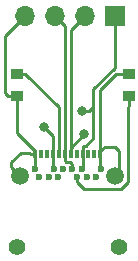
<source format=gtl>
G04 #@! TF.GenerationSoftware,KiCad,Pcbnew,5.0-dev-unknown-3a73e77~62~ubuntu17.10.1*
G04 #@! TF.CreationDate,2018-02-27T23:18:37-07:00*
G04 #@! TF.ProjectId,CH340G-TYPE-C,4348333430472D545950452D432E6B69,rev?*
G04 #@! TF.SameCoordinates,Original*
G04 #@! TF.FileFunction,Copper,L1,Top,Signal*
G04 #@! TF.FilePolarity,Positive*
%FSLAX46Y46*%
G04 Gerber Fmt 4.6, Leading zero omitted, Abs format (unit mm)*
G04 Created by KiCad (PCBNEW 5.0-dev-unknown-3a73e77~62~ubuntu17.10.1) date Tue Feb 27 23:18:37 2018*
%MOMM*%
%LPD*%
G01*
G04 APERTURE LIST*
%ADD10C,1.500000*%
%ADD11R,0.300000X0.700000*%
%ADD12C,1.400000*%
%ADD13C,0.600000*%
%ADD14R,1.700000X1.700000*%
%ADD15O,1.700000X1.700000*%
%ADD16R,1.000000X0.845000*%
%ADD17C,0.800000*%
%ADD18C,0.250000*%
G04 APERTURE END LIST*
D10*
X135302143Y-92257500D03*
D11*
X136582143Y-90347500D03*
X137082143Y-90347500D03*
X137582143Y-90347500D03*
X138082143Y-90347500D03*
X138582143Y-90347500D03*
X139082143Y-90347500D03*
X139582143Y-90347500D03*
X142082143Y-90347500D03*
X141082143Y-90347500D03*
X140582143Y-90347500D03*
X140082143Y-90347500D03*
X141582143Y-90347500D03*
D10*
X143362143Y-92257500D03*
D12*
X143662143Y-98207500D03*
X135002143Y-98207500D03*
D13*
X142132143Y-91657500D03*
X140532143Y-91657500D03*
X139732143Y-91657500D03*
X138932143Y-91657500D03*
X138132143Y-91657500D03*
X136532143Y-91657500D03*
X141732143Y-92357500D03*
X140932143Y-92357500D03*
X140132143Y-92357500D03*
X138532143Y-92357500D03*
X137732143Y-92357500D03*
X136932143Y-92357500D03*
D14*
X143300000Y-78700000D03*
D15*
X140760000Y-78700000D03*
X138220000Y-78700000D03*
X135680000Y-78700000D03*
D16*
X144500000Y-85500000D03*
X144500000Y-83575000D03*
X135000000Y-85500000D03*
X135000000Y-83575000D03*
D17*
X140550000Y-86750000D03*
X137300000Y-88050000D03*
X140750000Y-88700000D03*
D18*
X134250000Y-85500000D02*
X134000000Y-85250000D01*
X135000000Y-85500000D02*
X134250000Y-85500000D01*
X134830001Y-79549999D02*
X135680000Y-78700000D01*
X134000000Y-85250000D02*
X134000000Y-80380000D01*
X134000000Y-80380000D02*
X134830001Y-79549999D01*
X136582143Y-90347500D02*
X136582143Y-90147500D01*
X135000000Y-86172500D02*
X135000000Y-85500000D01*
X136582143Y-90147500D02*
X135000000Y-88565357D01*
X135000000Y-88565357D02*
X135000000Y-86172500D01*
X142082143Y-90347500D02*
X142082143Y-91607500D01*
X142082143Y-91607500D02*
X142132143Y-91657500D01*
X136582143Y-90347500D02*
X136582143Y-91607500D01*
X136582143Y-91607500D02*
X136532143Y-91657500D01*
X135302143Y-92257500D02*
X134552144Y-91507501D01*
X134552144Y-91077497D02*
X135372142Y-90257499D01*
X134552144Y-91507501D02*
X134552144Y-91077497D01*
X135372142Y-90257499D02*
X136092142Y-90257499D01*
X136092142Y-90257499D02*
X136182143Y-90347500D01*
X136182143Y-90347500D02*
X136582143Y-90347500D01*
X142082143Y-90347500D02*
X142082143Y-90147500D01*
X142082143Y-90147500D02*
X142482143Y-89747500D01*
X142482143Y-89747500D02*
X143334634Y-89747500D01*
X143334634Y-89747500D02*
X143682144Y-90095010D01*
X143682144Y-90095010D02*
X143682144Y-91937499D01*
X143682144Y-91937499D02*
X143362143Y-92257500D01*
X144200000Y-83575000D02*
X143450000Y-83575000D01*
X142082143Y-89747500D02*
X142082143Y-90347500D01*
X143450000Y-83575000D02*
X142082143Y-84942857D01*
X142082143Y-84942857D02*
X142082143Y-89747500D01*
X141475001Y-86250000D02*
X141475001Y-89048001D01*
X140550000Y-86750000D02*
X141115685Y-86750000D01*
X141475001Y-84913589D02*
X141475001Y-86250000D01*
X141115685Y-86750000D02*
X141475001Y-86390684D01*
X141475001Y-86390684D02*
X141475001Y-86250000D01*
X138082143Y-88832143D02*
X137300000Y-88050000D01*
X138082143Y-90347500D02*
X138082143Y-88832143D01*
X143300000Y-78700000D02*
X143300000Y-83088590D01*
X143300000Y-83088590D02*
X141475001Y-84913589D01*
X140582143Y-89747500D02*
X140582143Y-90347500D01*
X141475001Y-89048001D02*
X140850503Y-89672499D01*
X140850503Y-89672499D02*
X140657144Y-89672499D01*
X140657144Y-89672499D02*
X140582143Y-89747500D01*
X138082143Y-90347500D02*
X138082143Y-91607500D01*
X138082143Y-91607500D02*
X138132143Y-91657500D01*
X140582143Y-90347500D02*
X140582143Y-91607500D01*
X140582143Y-91607500D02*
X140532143Y-91657500D01*
X135000000Y-83575000D02*
X135750000Y-83575000D01*
X135750000Y-83575000D02*
X138582143Y-86407143D01*
X138582143Y-86407143D02*
X138582143Y-89747500D01*
X138582143Y-89747500D02*
X138582143Y-90347500D01*
X139732143Y-91657500D02*
X139732143Y-91233236D01*
X139157144Y-91022501D02*
X139082143Y-90947500D01*
X139082143Y-90947500D02*
X139082143Y-90347500D01*
X139732143Y-91233236D02*
X139521408Y-91022501D01*
X139521408Y-91022501D02*
X139157144Y-91022501D01*
X139082143Y-90347500D02*
X139082143Y-79562143D01*
X139082143Y-79562143D02*
X138220000Y-78700000D01*
X140750000Y-88700000D02*
X139582143Y-89867857D01*
X139582143Y-89867857D02*
X139582143Y-90347500D01*
X140760000Y-78700000D02*
X139582143Y-79877857D01*
X139582143Y-79877857D02*
X139582143Y-90347500D01*
X144437144Y-86409644D02*
X144500000Y-86346788D01*
X144500000Y-86346788D02*
X144500000Y-85500000D01*
X144437144Y-86409644D02*
X144437144Y-92773501D01*
X140132143Y-92781764D02*
X140132143Y-92357500D01*
X144437144Y-92773501D02*
X143878144Y-93332501D01*
X143878144Y-93332501D02*
X140682880Y-93332501D01*
X140682880Y-93332501D02*
X140132143Y-92781764D01*
M02*

</source>
